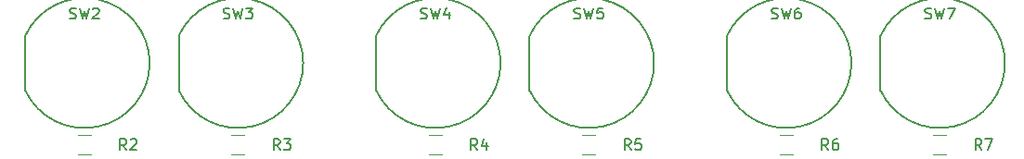
<source format=gbr>
G04 #@! TF.GenerationSoftware,KiCad,Pcbnew,(5.1.6)-1*
G04 #@! TF.CreationDate,2020-10-30T20:33:45+01:00*
G04 #@! TF.ProjectId,light-btn,6c696768-742d-4627-946e-2e6b69636164,rev?*
G04 #@! TF.SameCoordinates,Original*
G04 #@! TF.FileFunction,Legend,Top*
G04 #@! TF.FilePolarity,Positive*
%FSLAX46Y46*%
G04 Gerber Fmt 4.6, Leading zero omitted, Abs format (unit mm)*
G04 Created by KiCad (PCBNEW (5.1.6)-1) date 2020-10-30 20:33:45*
%MOMM*%
%LPD*%
G01*
G04 APERTURE LIST*
%ADD10C,0.120000*%
%ADD11C,0.150000*%
G04 APERTURE END LIST*
D10*
X76600000Y-61380000D02*
X75400000Y-61380000D01*
X75400000Y-59620000D02*
X76600000Y-59620000D01*
X89400000Y-59620000D02*
X90600000Y-59620000D01*
X90600000Y-61380000D02*
X89400000Y-61380000D01*
X108600000Y-61380000D02*
X107400000Y-61380000D01*
X107400000Y-59620000D02*
X108600000Y-59620000D01*
X121400000Y-59620000D02*
X122600000Y-59620000D01*
X122600000Y-61380000D02*
X121400000Y-61380000D01*
X140600000Y-61380000D02*
X139400000Y-61380000D01*
X139400000Y-59620000D02*
X140600000Y-59620000D01*
X153400000Y-59620000D02*
X154600000Y-59620000D01*
X154600000Y-61380000D02*
X153400000Y-61380000D01*
D11*
X70600000Y-50500000D02*
X70600000Y-55500000D01*
X70600001Y-50500000D02*
G75*
G02*
X70600001Y-55499999I5399999J-2500000D01*
G01*
X84600000Y-50500000D02*
X84600000Y-55500000D01*
X84600001Y-50500000D02*
G75*
G02*
X84600001Y-55499999I5399999J-2500000D01*
G01*
X102600000Y-50500000D02*
X102600000Y-55500000D01*
X102600001Y-50500000D02*
G75*
G02*
X102600001Y-55499999I5399999J-2500000D01*
G01*
X116600000Y-50500000D02*
X116600000Y-55500000D01*
X116600001Y-50500000D02*
G75*
G02*
X116600001Y-55499999I5399999J-2500000D01*
G01*
X134600000Y-50500000D02*
X134600000Y-55500000D01*
X134600001Y-50500000D02*
G75*
G02*
X134600001Y-55499999I5399999J-2500000D01*
G01*
X148600000Y-50500000D02*
X148600000Y-55500000D01*
X148600001Y-50500000D02*
G75*
G02*
X148600001Y-55499999I5399999J-2500000D01*
G01*
X79833333Y-60952380D02*
X79500000Y-60476190D01*
X79261904Y-60952380D02*
X79261904Y-59952380D01*
X79642857Y-59952380D01*
X79738095Y-60000000D01*
X79785714Y-60047619D01*
X79833333Y-60142857D01*
X79833333Y-60285714D01*
X79785714Y-60380952D01*
X79738095Y-60428571D01*
X79642857Y-60476190D01*
X79261904Y-60476190D01*
X80214285Y-60047619D02*
X80261904Y-60000000D01*
X80357142Y-59952380D01*
X80595238Y-59952380D01*
X80690476Y-60000000D01*
X80738095Y-60047619D01*
X80785714Y-60142857D01*
X80785714Y-60238095D01*
X80738095Y-60380952D01*
X80166666Y-60952380D01*
X80785714Y-60952380D01*
X93833333Y-60952380D02*
X93500000Y-60476190D01*
X93261904Y-60952380D02*
X93261904Y-59952380D01*
X93642857Y-59952380D01*
X93738095Y-60000000D01*
X93785714Y-60047619D01*
X93833333Y-60142857D01*
X93833333Y-60285714D01*
X93785714Y-60380952D01*
X93738095Y-60428571D01*
X93642857Y-60476190D01*
X93261904Y-60476190D01*
X94166666Y-59952380D02*
X94785714Y-59952380D01*
X94452380Y-60333333D01*
X94595238Y-60333333D01*
X94690476Y-60380952D01*
X94738095Y-60428571D01*
X94785714Y-60523809D01*
X94785714Y-60761904D01*
X94738095Y-60857142D01*
X94690476Y-60904761D01*
X94595238Y-60952380D01*
X94309523Y-60952380D01*
X94214285Y-60904761D01*
X94166666Y-60857142D01*
X111833333Y-60952380D02*
X111500000Y-60476190D01*
X111261904Y-60952380D02*
X111261904Y-59952380D01*
X111642857Y-59952380D01*
X111738095Y-60000000D01*
X111785714Y-60047619D01*
X111833333Y-60142857D01*
X111833333Y-60285714D01*
X111785714Y-60380952D01*
X111738095Y-60428571D01*
X111642857Y-60476190D01*
X111261904Y-60476190D01*
X112690476Y-60285714D02*
X112690476Y-60952380D01*
X112452380Y-59904761D02*
X112214285Y-60619047D01*
X112833333Y-60619047D01*
X125833333Y-60952380D02*
X125500000Y-60476190D01*
X125261904Y-60952380D02*
X125261904Y-59952380D01*
X125642857Y-59952380D01*
X125738095Y-60000000D01*
X125785714Y-60047619D01*
X125833333Y-60142857D01*
X125833333Y-60285714D01*
X125785714Y-60380952D01*
X125738095Y-60428571D01*
X125642857Y-60476190D01*
X125261904Y-60476190D01*
X126738095Y-59952380D02*
X126261904Y-59952380D01*
X126214285Y-60428571D01*
X126261904Y-60380952D01*
X126357142Y-60333333D01*
X126595238Y-60333333D01*
X126690476Y-60380952D01*
X126738095Y-60428571D01*
X126785714Y-60523809D01*
X126785714Y-60761904D01*
X126738095Y-60857142D01*
X126690476Y-60904761D01*
X126595238Y-60952380D01*
X126357142Y-60952380D01*
X126261904Y-60904761D01*
X126214285Y-60857142D01*
X143833333Y-60952380D02*
X143500000Y-60476190D01*
X143261904Y-60952380D02*
X143261904Y-59952380D01*
X143642857Y-59952380D01*
X143738095Y-60000000D01*
X143785714Y-60047619D01*
X143833333Y-60142857D01*
X143833333Y-60285714D01*
X143785714Y-60380952D01*
X143738095Y-60428571D01*
X143642857Y-60476190D01*
X143261904Y-60476190D01*
X144690476Y-59952380D02*
X144500000Y-59952380D01*
X144404761Y-60000000D01*
X144357142Y-60047619D01*
X144261904Y-60190476D01*
X144214285Y-60380952D01*
X144214285Y-60761904D01*
X144261904Y-60857142D01*
X144309523Y-60904761D01*
X144404761Y-60952380D01*
X144595238Y-60952380D01*
X144690476Y-60904761D01*
X144738095Y-60857142D01*
X144785714Y-60761904D01*
X144785714Y-60523809D01*
X144738095Y-60428571D01*
X144690476Y-60380952D01*
X144595238Y-60333333D01*
X144404761Y-60333333D01*
X144309523Y-60380952D01*
X144261904Y-60428571D01*
X144214285Y-60523809D01*
X157833333Y-60952380D02*
X157500000Y-60476190D01*
X157261904Y-60952380D02*
X157261904Y-59952380D01*
X157642857Y-59952380D01*
X157738095Y-60000000D01*
X157785714Y-60047619D01*
X157833333Y-60142857D01*
X157833333Y-60285714D01*
X157785714Y-60380952D01*
X157738095Y-60428571D01*
X157642857Y-60476190D01*
X157261904Y-60476190D01*
X158166666Y-59952380D02*
X158833333Y-59952380D01*
X158404761Y-60952380D01*
X74666666Y-48904761D02*
X74809523Y-48952380D01*
X75047619Y-48952380D01*
X75142857Y-48904761D01*
X75190476Y-48857142D01*
X75238095Y-48761904D01*
X75238095Y-48666666D01*
X75190476Y-48571428D01*
X75142857Y-48523809D01*
X75047619Y-48476190D01*
X74857142Y-48428571D01*
X74761904Y-48380952D01*
X74714285Y-48333333D01*
X74666666Y-48238095D01*
X74666666Y-48142857D01*
X74714285Y-48047619D01*
X74761904Y-48000000D01*
X74857142Y-47952380D01*
X75095238Y-47952380D01*
X75238095Y-48000000D01*
X75571428Y-47952380D02*
X75809523Y-48952380D01*
X76000000Y-48238095D01*
X76190476Y-48952380D01*
X76428571Y-47952380D01*
X76761904Y-48047619D02*
X76809523Y-48000000D01*
X76904761Y-47952380D01*
X77142857Y-47952380D01*
X77238095Y-48000000D01*
X77285714Y-48047619D01*
X77333333Y-48142857D01*
X77333333Y-48238095D01*
X77285714Y-48380952D01*
X76714285Y-48952380D01*
X77333333Y-48952380D01*
X88666666Y-48904761D02*
X88809523Y-48952380D01*
X89047619Y-48952380D01*
X89142857Y-48904761D01*
X89190476Y-48857142D01*
X89238095Y-48761904D01*
X89238095Y-48666666D01*
X89190476Y-48571428D01*
X89142857Y-48523809D01*
X89047619Y-48476190D01*
X88857142Y-48428571D01*
X88761904Y-48380952D01*
X88714285Y-48333333D01*
X88666666Y-48238095D01*
X88666666Y-48142857D01*
X88714285Y-48047619D01*
X88761904Y-48000000D01*
X88857142Y-47952380D01*
X89095238Y-47952380D01*
X89238095Y-48000000D01*
X89571428Y-47952380D02*
X89809523Y-48952380D01*
X90000000Y-48238095D01*
X90190476Y-48952380D01*
X90428571Y-47952380D01*
X90714285Y-47952380D02*
X91333333Y-47952380D01*
X91000000Y-48333333D01*
X91142857Y-48333333D01*
X91238095Y-48380952D01*
X91285714Y-48428571D01*
X91333333Y-48523809D01*
X91333333Y-48761904D01*
X91285714Y-48857142D01*
X91238095Y-48904761D01*
X91142857Y-48952380D01*
X90857142Y-48952380D01*
X90761904Y-48904761D01*
X90714285Y-48857142D01*
X106666666Y-48904761D02*
X106809523Y-48952380D01*
X107047619Y-48952380D01*
X107142857Y-48904761D01*
X107190476Y-48857142D01*
X107238095Y-48761904D01*
X107238095Y-48666666D01*
X107190476Y-48571428D01*
X107142857Y-48523809D01*
X107047619Y-48476190D01*
X106857142Y-48428571D01*
X106761904Y-48380952D01*
X106714285Y-48333333D01*
X106666666Y-48238095D01*
X106666666Y-48142857D01*
X106714285Y-48047619D01*
X106761904Y-48000000D01*
X106857142Y-47952380D01*
X107095238Y-47952380D01*
X107238095Y-48000000D01*
X107571428Y-47952380D02*
X107809523Y-48952380D01*
X108000000Y-48238095D01*
X108190476Y-48952380D01*
X108428571Y-47952380D01*
X109238095Y-48285714D02*
X109238095Y-48952380D01*
X109000000Y-47904761D02*
X108761904Y-48619047D01*
X109380952Y-48619047D01*
X120666666Y-48904761D02*
X120809523Y-48952380D01*
X121047619Y-48952380D01*
X121142857Y-48904761D01*
X121190476Y-48857142D01*
X121238095Y-48761904D01*
X121238095Y-48666666D01*
X121190476Y-48571428D01*
X121142857Y-48523809D01*
X121047619Y-48476190D01*
X120857142Y-48428571D01*
X120761904Y-48380952D01*
X120714285Y-48333333D01*
X120666666Y-48238095D01*
X120666666Y-48142857D01*
X120714285Y-48047619D01*
X120761904Y-48000000D01*
X120857142Y-47952380D01*
X121095238Y-47952380D01*
X121238095Y-48000000D01*
X121571428Y-47952380D02*
X121809523Y-48952380D01*
X122000000Y-48238095D01*
X122190476Y-48952380D01*
X122428571Y-47952380D01*
X123285714Y-47952380D02*
X122809523Y-47952380D01*
X122761904Y-48428571D01*
X122809523Y-48380952D01*
X122904761Y-48333333D01*
X123142857Y-48333333D01*
X123238095Y-48380952D01*
X123285714Y-48428571D01*
X123333333Y-48523809D01*
X123333333Y-48761904D01*
X123285714Y-48857142D01*
X123238095Y-48904761D01*
X123142857Y-48952380D01*
X122904761Y-48952380D01*
X122809523Y-48904761D01*
X122761904Y-48857142D01*
X138666666Y-48904761D02*
X138809523Y-48952380D01*
X139047619Y-48952380D01*
X139142857Y-48904761D01*
X139190476Y-48857142D01*
X139238095Y-48761904D01*
X139238095Y-48666666D01*
X139190476Y-48571428D01*
X139142857Y-48523809D01*
X139047619Y-48476190D01*
X138857142Y-48428571D01*
X138761904Y-48380952D01*
X138714285Y-48333333D01*
X138666666Y-48238095D01*
X138666666Y-48142857D01*
X138714285Y-48047619D01*
X138761904Y-48000000D01*
X138857142Y-47952380D01*
X139095238Y-47952380D01*
X139238095Y-48000000D01*
X139571428Y-47952380D02*
X139809523Y-48952380D01*
X140000000Y-48238095D01*
X140190476Y-48952380D01*
X140428571Y-47952380D01*
X141238095Y-47952380D02*
X141047619Y-47952380D01*
X140952380Y-48000000D01*
X140904761Y-48047619D01*
X140809523Y-48190476D01*
X140761904Y-48380952D01*
X140761904Y-48761904D01*
X140809523Y-48857142D01*
X140857142Y-48904761D01*
X140952380Y-48952380D01*
X141142857Y-48952380D01*
X141238095Y-48904761D01*
X141285714Y-48857142D01*
X141333333Y-48761904D01*
X141333333Y-48523809D01*
X141285714Y-48428571D01*
X141238095Y-48380952D01*
X141142857Y-48333333D01*
X140952380Y-48333333D01*
X140857142Y-48380952D01*
X140809523Y-48428571D01*
X140761904Y-48523809D01*
X152666666Y-48904761D02*
X152809523Y-48952380D01*
X153047619Y-48952380D01*
X153142857Y-48904761D01*
X153190476Y-48857142D01*
X153238095Y-48761904D01*
X153238095Y-48666666D01*
X153190476Y-48571428D01*
X153142857Y-48523809D01*
X153047619Y-48476190D01*
X152857142Y-48428571D01*
X152761904Y-48380952D01*
X152714285Y-48333333D01*
X152666666Y-48238095D01*
X152666666Y-48142857D01*
X152714285Y-48047619D01*
X152761904Y-48000000D01*
X152857142Y-47952380D01*
X153095238Y-47952380D01*
X153238095Y-48000000D01*
X153571428Y-47952380D02*
X153809523Y-48952380D01*
X154000000Y-48238095D01*
X154190476Y-48952380D01*
X154428571Y-47952380D01*
X154714285Y-47952380D02*
X155380952Y-47952380D01*
X154952380Y-48952380D01*
M02*

</source>
